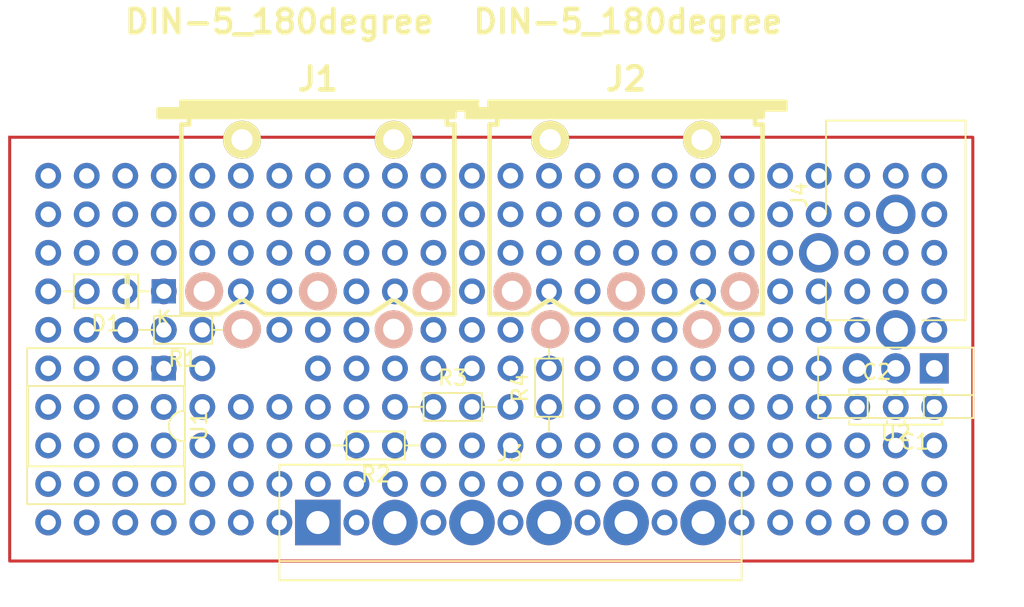
<source format=kicad_pcb>
(kicad_pcb (version 20240108) (generator "pcbnew") (generator_version "8.0")
  (layers (0 "F.Cu" signal) (31 "B.Cu" signal) (34 "B.Paste" user) (35 "F.Paste" user) (36 "B.SilkS" user "B.Silkscreen") (37 "F.SilkS" user "F.Silkscreen") (38 "B.Mask" user) (39 "F.Mask" user) (44 "Edge.Cuts" user))
  (net 0 "")
  (net 1 "Net-(J3-Pin_6)")
  (net 2 "GND")
  (net 3 "Net-(J3-Pin_5)")
  (net 4 "Net-(D1-K)")
  (net 5 "Net-(D1-A)")
  (net 6 "+3.3V")
  (net 7 "Net-(J3-Pin_2)")
  (net 8 "Net-(J3-Pin_1)")
  (net 9 "Net-(J1-Pad4)")
  (net 10 "Net-(J2-Pad5)")
  (net 11 "Net-(J2-Pad4)")
  (footprint "Connector:Hole_1mm" (layer "F.Cu") (at 76.2 45.72)
    (property "Reference" "REF**212" (hide yes))
    (property "Value" "Hole_1mm" (hide yes))
    (pad "1" thru_hole circle (at 0 0) (size 1.7 1.7) (drill 1) (layers "*.Cu" "*.Mask"))
  )
  (footprint "Connector:Hole_1mm" (layer "F.Cu") (at 76.2 38.1)
    (property "Reference" "REF**140" (hide yes))
    (property "Value" "Hole_1mm" (hide yes))
    (pad "1" thru_hole circle (at 0 0) (size 1.7 1.7) (drill 1) (layers "*.Cu" "*.Mask"))
  )
  (footprint "Connector:Hole_1mm" (layer "F.Cu") (at 73.66 27.94)
    (property "Reference" "REF**43" (hide yes))
    (property "Value" "Hole_1mm" (hide yes))
    (pad "1" thru_hole circle (at 0 0) (size 1.7 1.7) (drill 1) (layers "*.Cu" "*.Mask"))
  )
  (footprint "Connector:Hole_1mm" (layer "F.Cu") (at 40.64 25.4)
    (property "Reference" "REF**6" (hide yes))
    (property "Value" "Hole_1mm" (hide yes))
    (pad "1" thru_hole circle (at 0 0) (size 1.7 1.7) (drill 1) (layers "*.Cu" "*.Mask"))
  )
  (footprint "Connector:Hole_1mm" (layer "F.Cu") (at 40.64 30.48)
    (property "Reference" "REF**54" (hide yes))
    (property "Value" "Hole_1mm" (hide yes))
    (pad "1" thru_hole circle (at 0 0) (size 1.7 1.7) (drill 1) (layers "*.Cu" "*.Mask"))
  )
  (footprint "Connector:Hole_1mm" (layer "F.Cu") (at 43.18 43.18)
    (property "Reference" "REF**175" (hide yes))
    (property "Value" "Hole_1mm" (hide yes))
    (pad "1" thru_hole circle (at 0 0) (size 1.7 1.7) (drill 1) (layers "*.Cu" "*.Mask"))
  )
  (footprint "Connector:Hole_1mm" (layer "F.Cu") (at 73.66 25.4)
    (property "Reference" "REF**19" (hide yes))
    (property "Value" "Hole_1mm" (hide yes))
    (pad "1" thru_hole circle (at 0 0) (size 1.7 1.7) (drill 1) (layers "*.Cu" "*.Mask"))
  )
  (footprint "Connector:Hole_1mm" (layer "F.Cu") (at 58.42 25.4)
    (property "Reference" "REF**13" (hide yes))
    (property "Value" "Hole_1mm" (hide yes))
    (pad "1" thru_hole circle (at 0 0) (size 1.7 1.7) (drill 1) (layers "*.Cu" "*.Mask"))
  )
  (footprint "Connector:Hole_1mm" (layer "F.Cu") (at 66.04 38.1)
    (property "Reference" "REF**136" (hide yes))
    (property "Value" "Hole_1mm" (hide yes))
    (pad "1" thru_hole circle (at 0 0) (size 1.7 1.7) (drill 1) (layers "*.Cu" "*.Mask"))
  )
  (footprint "Connector:Hole_1mm" (layer "F.Cu") (at 55.88 48.26)
    (property "Reference" "REF**228" (hide yes))
    (property "Value" "Hole_1mm" (hide yes))
    (pad "1" thru_hole circle (at 0 0) (size 1.7 1.7) (drill 1) (layers "*.Cu" "*.Mask"))
  )
  (footprint "Connector:Hole_1mm" (layer "F.Cu") (at 50.8 40.64)
    (property "Reference" "REF**154" (hide yes))
    (property "Value" "Hole_1mm" (hide yes))
    (pad "1" thru_hole circle (at 0 0) (size 1.7 1.7) (drill 1) (layers "*.Cu" "*.Mask"))
  )
  (footprint "Connector:Hole_1mm" (layer "F.Cu") (at 35.56 40.64)
    (property "Reference" "REF**148" (hide yes))
    (property "Value" "Hole_1mm" (hide yes))
    (pad "1" thru_hole circle (at 0 0) (size 1.7 1.7) (drill 1) (layers "*.Cu" "*.Mask"))
  )
  (footprint "Connector:Hole_1mm" (layer "F.Cu") (at 71.12 35.56)
    (property "Reference" "REF**114" (hide yes))
    (property "Value" "Hole_1mm" (hide yes))
    (pad "1" thru_hole circle (at 0 0) (size 1.7 1.7) (drill 1) (layers "*.Cu" "*.Mask"))
  )
  (footprint "Connector:Hole_1mm" (layer "F.Cu") (at 43.18 48.26)
    (property "Reference" "REF**223" (hide yes))
    (property "Value" "Hole_1mm" (hide yes))
    (pad "1" thru_hole circle (at 0 0) (size 1.7 1.7) (drill 1) (layers "*.Cu" "*.Mask"))
  )
  (footprint "Connector:Hole_1mm" (layer "F.Cu") (at 55.88 43.18)
    (property "Reference" "REF**180" (hide yes))
    (property "Value" "Hole_1mm" (hide yes))
    (pad "1" thru_hole circle (at 0 0) (size 1.7 1.7) (drill 1) (layers "*.Cu" "*.Mask"))
  )
  (footprint "Connector:Hole_1mm" (layer "F.Cu") (at 78.74 30.48)
    (property "Reference" "REF**69" (hide yes))
    (property "Value" "Hole_1mm" (hide yes))
    (pad "1" thru_hole circle (at 0 0) (size 1.7 1.7) (drill 1) (layers "*.Cu" "*.Mask"))
  )
  (footprint "Connector:Hole_1mm" (layer "F.Cu") (at 53.34 27.94)
    (property "Reference" "REF**35" (hide yes))
    (property "Value" "Hole_1mm" (hide yes))
    (pad "1" thru_hole circle (at 0 0) (size 1.7 1.7) (drill 1) (layers "*.Cu" "*.Mask"))
  )
  (footprint "Connector:Hole_1mm" (layer "F.Cu") (at 45.72 25.4)
    (property "Reference" "REF**8" (hide yes))
    (property "Value" "Hole_1mm" (hide yes))
    (pad "1" thru_hole circle (at 0 0) (size 1.7 1.7) (drill 1) (layers "*.Cu" "*.Mask"))
  )
  (footprint "Connector:Hole_1mm" (layer "F.Cu") (at 60.96 25.4)
    (property "Reference" "REF**14" (hide yes))
    (property "Value" "Hole_1mm" (hide yes))
    (pad "1" thru_hole circle (at 0 0) (size 1.7 1.7) (drill 1) (layers "*.Cu" "*.Mask"))
  )
  (footprint "Connector:Hole_1mm" (layer "F.Cu") (at 35.56 38.1)
    (property "Reference" "REF**124" (hide yes))
    (property "Value" "Hole_1mm" (hide yes))
    (pad "1" thru_hole circle (at 0 0) (size 1.7 1.7) (drill 1) (layers "*.Cu" "*.Mask"))
  )
  (footprint "Connector:Hole_1mm" (layer "F.Cu") (at 55.88 38.1)
    (property "Reference" "REF**132" (hide yes))
    (property "Value" "Hole_1mm" (hide yes))
    (pad "1" thru_hole circle (at 0 0) (size 1.7 1.7) (drill 1) (layers "*.Cu" "*.Mask"))
  )
  (footprint "Connector:Hole_1mm" (layer "F.Cu") (at 58.42 43.18)
    (property "Reference" "REF**181" (hide yes))
    (property "Value" "Hole_1mm" (hide yes))
    (pad "1" thru_hole circle (at 0 0) (size 1.7 1.7) (drill 1) (layers "*.Cu" "*.Mask"))
  )
  (footprint "Eurocad:MIDI_DIN5" (layer "F.Cu") (at 43.18 30.02026 180)
    (property "Reference" "J1" (at 0 11.00074 180) (layer "F.SilkS") (effects (font (size 1.524 1.524) (thickness 0.3048))))
    (property "Value" "DIN-5_180degree" (at 2.54 14.78026 180) (layer "F.SilkS") (effects (font (size 1.524 1.524) (thickness 0.3048))))
    (pad "" np_thru_hole circle (at -5.00126 6.9977 180) (size 2.49936 2.49936) (drill 1.397) (layers "*.Cu" "*.Mask" "F.SilkS"))
    (pad "" np_thru_hole circle (at 5.00126 6.9977 180) (size 2.49936 2.49936) (drill 1.397) (layers "*.Cu" "*.Mask" "F.SilkS"))
    (pad "1" thru_hole circle (at 7.49808 -2.9972 180) (size 2.49936 2.49936) (drill 1.397) (layers "*.Cu" "*.SilkS" "*.Mask"))
    (pad "2" thru_hole circle (at 0 -2.99974 180) (size 2.49936 2.49936) (drill 1.397) (layers "*.Cu" "*.SilkS" "*.Mask"))
    (pad "3" thru_hole circle (at -7.49808 -2.9972 180) (size 2.49936 2.49936) (drill 1.397) (layers "*.Cu" "*.SilkS" "*.Mask"))
    (pad "4" thru_hole circle (at 4.99618 -5.4991 180) (size 2.49936 2.49936) (drill 1.397) (layers "*.Cu" "*.SilkS" "*.Mask") (net 9 "Net-(J1-Pad4)"))
    (pad "5" thru_hole circle (at -4.99618 -5.4991 180) (size 2.49936 2.49936) (drill 1.397) (layers "*.Cu" "*.SilkS" "*.Mask") (net 5 "Net-(D1-A)"))
  )
  (footprint "Connector:Hole_1mm" (layer "F.Cu") (at 33.02 45.72)
    (property "Reference" "REF**195" (hide yes))
    (property "Value" "Hole_1mm" (hide yes))
    (pad "1" thru_hole circle (at 0 0) (size 1.7 1.7) (drill 1) (layers "*.Cu" "*.Mask"))
  )
  (footprint "Connector:Hole_1mm" (layer "F.Cu") (at 76.2 30.48)
    (property "Reference" "REF**68" (hide yes))
    (property "Value" "Hole_1mm" (hide yes))
    (pad "1" thru_hole circle (at 0 0) (size 1.7 1.7) (drill 1) (layers "*.Cu" "*.Mask"))
  )
  (footprint "Connector:Hole_1mm" (layer "F.Cu") (at 33.02 48.26)
    (property "Reference" "REF**219" (hide yes))
    (property "Value" "Hole_1mm" (hide yes))
    (pad "1" thru_hole circle (at 0 0) (size 1.7 1.7) (drill 1) (layers "*.Cu" "*.Mask"))
  )
  (footprint "Connector:Hole_1mm" (layer "F.Cu") (at 43.18 45.72)
    (property "Reference" "REF**199" (hide yes))
    (property "Value" "Hole_1mm" (hide yes))
    (pad "1" thru_hole circle (at 0 0) (size 1.7 1.7) (drill 1) (layers "*.Cu" "*.Mask"))
  )
  (footprint "Connector:Hole_1mm" (layer "F.Cu") (at 83.82 35.56)
    (property "Reference" "REF**119" (hide yes))
    (property "Value" "Hole_1mm" (hide yes))
    (pad "1" thru_hole circle (at 0 0) (size 1.7 1.7) (drill 1) (layers "*.Cu" "*.Mask"))
  )
  (footprint "Connector:Hole_1mm" (layer "F.Cu") (at 40.64 40.64)
    (property "Reference" "REF**150" (hide yes))
    (property "Value" "Hole_1mm" (hide yes))
    (pad "1" thru_hole circle (at 0 0) (size 1.7 1.7) (drill 1) (layers "*.Cu" "*.Mask"))
  )
  (footprint "Connector:Hole_1mm" (layer "F.Cu") (at 78.74 35.56)
    (property "Reference" "REF**117" (hide yes))
    (property "Value" "Hole_1mm" (hide yes))
    (pad "1" thru_hole circle (at 0 0) (size 1.7 1.7) (drill 1) (layers "*.Cu" "*.Mask"))
  )
  (footprint "Connector:Hole_1mm" (layer "F.Cu") (at 81.28 25.4)
    (property "Reference" "REF**22" (hide yes))
    (property "Value" "Hole_1mm" (hide yes))
    (pad "1" thru_hole circle (at 0 0) (size 1.7 1.7) (drill 1) (layers "*.Cu" "*.Mask"))
  )
  (footprint "Connector:Hole_1mm" (layer "F.Cu") (at 66.04 33.02)
    (property "Reference" "REF**88" (hide yes))
    (property "Value" "Hole_1mm" (hide yes))
    (pad "1" thru_hole circle (at 0 0) (size 1.7 1.7) (drill 1) (layers "*.Cu" "*.Mask"))
  )
  (footprint "Connector:Hole_1mm" (layer "F.Cu") (at 55.88 30.48)
    (property "Reference" "REF**60" (hide yes))
    (property "Value" "Hole_1mm" (hide yes))
    (pad "1" thru_hole circle (at 0 0) (size 1.7 1.7) (drill 1) (layers "*.Cu" "*.Mask"))
  )
  (footprint "Connector:Hole_1mm" (layer "F.Cu") (at 63.5 25.4)
    (property "Reference" "REF**15" (hide yes))
    (property "Value" "Hole_1mm" (hide yes))
    (pad "1" thru_hole circle (at 0 0) (size 1.7 1.7) (drill 1) (layers "*.Cu" "*.Mask"))
  )
  (footprint "Connector:Hole_1mm" (layer "F.Cu") (at 33.02 40.64)
    (property "Reference" "REF**147" (hide yes))
    (property "Value" "Hole_1mm" (hide yes))
    (pad "1" thru_hole circle (at 0 0) (size 1.7 1.7) (drill 1) (layers "*.Cu" "*.Mask"))
  )
  (footprint "Connector:Hole_1mm" (layer "F.Cu") (at 27.94 33.02)
    (property "Reference" "REF**73" (hide yes))
    (property "Value" "Hole_1mm" (hide yes))
    (pad "1" thru_hole circle (at 0 0) (size 1.7 1.7) (drill 1) (layers "*.Cu" "*.Mask"))
  )
  (footprint "Connector:Hole_1mm" (layer "F.Cu") (at 66.04 40.64)
    (property "Reference" "REF**160" (hide yes))
    (property "Value" "Hole_1mm" (hide yes))
    (pad "1" thru_hole circle (at 0 0) (size 1.7 1.7) (drill 1) (layers "*.Cu" "*.Mask"))
  )
  (footprint "Connector:Hole_1mm" (layer "F.Cu") (at 63.5 45.72)
    (property "Reference" "REF**207" (hide yes))
    (property "Value" "Hole_1mm" (hide yes))
    (pad "1" thru_hole circle (at 0 0) (size 1.7 1.7) (drill 1) (layers "*.Cu" "*.Mask"))
  )
  (footprint "Connector:Hole_1mm" (layer "F.Cu") (at 38.1 40.64)
    (property "Reference" "REF**149" (hide yes))
    (property "Value" "Hole_1mm" (hide yes))
    (pad "1" thru_hole circle (at 0 0) (size 1.7 1.7) (drill 1) (layers "*.Cu" "*.Mask"))
  )
  (footprint "Connector:Hole_1mm" (layer "F.Cu") (at 55.88 33.02)
    (property "Reference" "REF**84" (hide yes))
    (property "Value" "Hole_1mm" (hide yes))
    (pad "1" thru_hole circle (at 0 0) (size 1.7 1.7) (drill 1) (layers "*.Cu" "*.Mask"))
  )
  (footprint "Connector:Hole_1mm" (layer "F.Cu") (at 33.02 35.56)
    (property "Reference" "REF**126" (hide yes))
    (property "Value" "Hole_1mm" (hide yes))
    (pad "1" thru_hole circle (at 0 0) (size 1.7 1.7) (drill 1) (layers "*.Cu" "*.Mask"))
  )
  (footprint "Connector:Hole_1mm" (layer "F.Cu") (at 60.96 38.1)
    (property "Reference" "REF**134" (hide yes))
    (property "Value" "Hole_1mm" (hide yes))
    (pad "1" thru_hole circle (at 0 0) (size 1.7 1.7) (drill 1) (layers "*.Cu" "*.Mask"))
  )
  (footprint "Connector:Hole_1mm" (layer "F.Cu") (at 71.12 45.72)
    (property "Reference" "REF**210" (hide yes))
    (property "Value" "Hole_1mm" (hide yes))
    (pad "1" thru_hole circle (at 0 0) (size 1.7 1.7) (drill 1) (layers "*.Cu" "*.Mask"))
  )
  (footprint "Connector:Hole_1mm" (layer "F.Cu") (at 66.04 30.48)
    (property "Reference" "REF**64" (hide yes))
    (property "Value" "Hole_1mm" (hide yes))
    (pad "1" thru_hole circle (at 0 0) (size 1.7 1.7) (drill 1) (layers "*.Cu" "*.Mask"))
  )
  (footprint "Connector:Hole_1mm" (layer "F.Cu") (at 66.04 35.56)
    (property "Reference" "REF**112" (hide yes))
    (property "Value" "Hole_1mm" (hide yes))
    (pad "1" thru_hole circle (at 0 0) (size 1.7 1.7) (drill 1) (layers "*.Cu" "*.Mask"))
  )
  (footprint "Connector:Hole_1mm" (layer "F.Cu") (at 81.28 43.18)
    (property "Reference" "REF**190" (hide yes))
    (property "Value" "Hole_1mm" (hide yes))
    (pad "1" thru_hole circle (at 0 0) (size 1.7 1.7) (drill 1) (layers "*.Cu" "*.Mask"))
  )
  (footprint "Connector:Hole_1mm" (layer "F.Cu") (at 68.58 35.56)
    (property "Reference" "REF**113" (hide yes))
    (property "Value" "Hole_1mm" (hide yes))
    (pad "1" thru_hole circle (at 0 0) (size 1.7 1.7) (drill 1) (layers "*.Cu" "*.Mask"))
  )
  (footprint "Connector:Hole_1mm" (layer "F.Cu") (at 78.74 38.1)
    (property "Reference" "REF**141" (hide yes))
    (property "Value" "Hole_1mm" (hide yes))
    (pad "1" thru_hole circle (at 0 0) (size 1.7 1.7) (drill 1) (layers "*.Cu" "*.Mask"))
  )
  (footprint "Connector:Hole_1mm" (layer "F.Cu") (at 83.82 48.26)
    (property "Reference" "REF**239" (hide yes))
    (property "Value" "Hole_1mm" (hide yes))
    (pad "1" thru_hole circle (at 0 0) (size 1.7 1.7) (drill 1) (layers "*.Cu" "*.Mask"))
  )
  (footprint "Connector:Hole_1mm" (layer "F.Cu") (at 83.82 45.72)
    (property "Reference" "REF**215" (hide yes))
    (property "Value" "Hole_1mm" (hide yes))
    (pad "1" thru_hole circle (at 0 0) (size 1.7 1.7) (drill 1) (layers "*.Cu" "*.Mask"))
  )
  (footprint "Connector:Hole_1mm" (layer "F.Cu") (at 68.58 33.02)
    (property "Reference" "REF**89" (hide yes))
    (property "Value" "Hole_1mm" (hide yes))
    (pad "1" thru_hole circle (at 0 0) (size 1.7 1.7) (drill 1) (layers "*.Cu" "*.Mask"))
  )
  (footprint "Connector:Hole_1mm" (layer "F.Cu") (at 27.94 25.4)
    (property "Reference" "REF**1" (hide yes))
    (property "Value" "Hole_1mm" (hide yes))
    (pad "1" thru_hole circle (at 0 0) (size 1.7 1.7) (drill 1) (layers "*.Cu" "*.Mask"))
  )
  (footprint "Connector:Hole_1mm" (layer "F.Cu") (at 63.5 43.18)
    (property "Reference" "REF**183" (hide yes))
    (property "Value" "Hole_1mm" (hide yes))
    (pad "1" thru_hole circle (at 0 0) (size 1.7 1.7) (drill 1) (layers "*.Cu" "*.Mask"))
  )
  (footprint "Connector:Hole_1mm" (layer "F.Cu") (at 73.66 35.56)
    (property "Reference" "REF**115" (hide yes))
    (property "Value" "Hole_1mm" (hide yes))
    (pad "1" thru_hole circle (at 0 0) (size 1.7 1.7) (drill 1) (layers "*.Cu" "*.Mask"))
  )
  (footprint "Connector:Hole_1mm" (layer "F.Cu") (at 48.26 38.1)
    (property "Reference" "REF**129" (hide yes))
    (property "Value" "Hole_1mm" (hide yes))
    (pad "1" thru_hole circle (at 0 0) (size 1.7 1.7) (drill 1) (layers "*.Cu" "*.Mask"))
  )
  (footprint "Connector:Hole_1mm" (layer "F.Cu") (at 71.12 38.1)
    (property "Reference" "REF**138" (hide yes))
    (property "Value" "Hole_1mm" (hide yes))
    (pad "1" thru_hole circle (at 0 0) (size 1.7 1.7) (drill 1) (layers "*.Cu" "*.Mask"))
  )
  (footprint "Connector:Hole_1mm" (layer "F.Cu") (at 63.5 30.48)
    (property "Reference" "REF**63" (hide yes))
    (property "Value" "Hole_1mm" (hide yes))
    (pad "1" thru_hole circle (at 0 0) (size 1.7 1.7) (drill 1) (layers "*.Cu" "*.Mask"))
  )
  (footprint "Connector:Hole_1mm" (layer "F.Cu") (at 43.18 40.64)
    (property "Reference" "REF**151" (hide yes))
    (property "Value" "Hole_1mm" (hide yes))
    (pad "1" thru_hole circle (at 0 0) (size 1.7 1.7) (drill 1) (layers "*.Cu" "*.Mask"))
  )
  (footprint "Connector:Hole_1mm" (layer "F.Cu") (at 38.1 33.02)
    (property "Reference" "REF**77" (hide yes))
    (property "Value" "Hole_1mm" (hide yes))
    (pad "1" thru_hole circle (at 0 0) (size 1.7 1.7) (drill 1) (layers "*.Cu" "*.Mask"))
  )
  (footprint "Connector:Hole_1mm" (layer "F.Cu") (at 40.64 35.56)
    (property "Reference" "REF**102" (hide yes))
    (property "Value" "Hole_1mm" (hide yes))
    (pad "1" thru_hole circle (at 0 0) (size 1.7 1.7) (drill 1) (layers "*.Cu" "*.Mask"))
  )
  (footprint "Connector:Hole_1mm" (layer "F.Cu") (at 60.96 27.94)
    (property "Reference" "REF**38" (hide yes))
    (property "Value" "Hole_1mm" (hide yes))
    (pad "1" thru_hole circle (at 0 0) (size 1.7 1.7) (drill 1) (layers "*.Cu" "*.Mask"))
  )
  (footprint "Connector:Hole_1mm" (layer "F.Cu") (at 58.42 48.26)
    (property "Reference" "REF**229" (hide yes))
    (property "Value" "Hole_1mm" (hide yes))
    (pad "1" thru_hole circle (at 0 0) (size 1.7 1.7) (drill 1) (layers "*.Cu" "*.Mask"))
  )
  (footprint "Connector:Hole_1mm" (layer "F.Cu") (at 25.4 38.1)
    (property "Reference" "REF**120" (hide yes))
    (property "Value" "Hole_1mm" (hide yes))
    (pad "1" thru_hole circle (at 0 0) (size 1.7 1.7) (drill 1) (layers "*.Cu" "*.Mask"))
  )
  (footprint "Connector:Hole_1mm" (layer "F.Cu") (at 48.26 25.4)
    (property "Reference" "REF**9" (hide yes))
    (property "Value" "Hole_1mm" (hide yes))
    (pad "1" thru_hole circle (at 0 0) (size 1.7 1.7) (drill 1) (layers "*.Cu" "*.Mask"))
  )
  (footprint "Connector:Hole_1mm" (layer "F.Cu") (at 66.04 43.18)
    (property "Reference" "REF**184" (hide yes))
    (property "Value" "Hole_1mm" (hide yes))
    (pad "1" thru_hole circle (at 0 0) (size 1.7 1.7) (drill 1) (layers "*.Cu" "*.Mask"))
  )
  (footprint "Connector:Hole_1mm" (layer "F.Cu") (at 78.74 25.4)
    (property "Reference" "REF**21" (hide yes))
    (property "Value" "Hole_1mm" (hide yes))
    (pad "1" thru_hole circle (at 0 0) (size 1.7 1.7) (drill 1) (layers "*.Cu" "*.Mask"))
  )
  (footprint "Connector:Hole_1mm" (layer "F.Cu") (at 40.64 27.94)
    (property "Reference" "REF**30" (hide yes))
    (property "Value" "Hole_1mm" (hide yes))
    (pad "1" thru_hole circle (at 0 0) (size 1.7 1.7) (drill 1) (layers "*.Cu" "*.Mask"))
  )
  (footprint "Connector:Hole_1mm" (layer "F.Cu") (at 58.42 38.1)
    (property "Reference" "REF**133" (hide yes))
    (property "Value" "Hole_1mm" (hide yes))
    (pad "1" thru_hole circle (at 0 0) (size 1.7 1.7) (drill 1) (layers "*.Cu" "*.Mask"))
  )
  (footprint "Connector:Hole_1mm" (layer "F.Cu") (at 27.94 40.64)
    (property "Reference" "REF**145" (hide yes))
    (property "Value" "Hole_1mm" (hide yes))
    (pad "1" thru_hole circle (at 0 0) (size 1.7 1.7) (drill 1) (layers "*.Cu" "*.Mask"))
  )
  (footprint "Connector:Hole_1mm" (layer "F.Cu") (at 53.34 38.1)
    (property "Reference" "REF**131" (hide yes))
    (property "Value" "Hole_1mm" (hide yes))
    (pad "1" thru_hole circle (at 0 0) (size 1.7 1.7) (drill 1) (layers "*.Cu" "*.Mask"))
  )
  (footprint "Connector:Hole_1mm" (layer "F.Cu") (at 81.28 48.26)
    (property "Reference" "REF**238" (hide yes))
    (property "Value" "Hole_1mm" (hide yes))
    (pad "1" thru_hole circle (at 0 0) (size 1.7 1.7) (drill 1) (layers "*.Cu" "*.Mask"))
  )
  (footprint "Connector:Hole_1mm" (layer "F.Cu") (at 58.42 27.94)
    (property "Reference" "REF**37" (hide yes))
    (property "Value" "Hole_1mm" (hide yes))
    (pad "1" thru_hole circle (at 0 0) (size 1.7 1.7) (drill 1) (layers "*.Cu" "*.Mask"))
  )
  (footprint "Connector:Hole_1mm" (layer "F.Cu") (at 45.72 43.18)
    (property "Reference" "REF**176" (hide yes))
    (property "Value" "Hole_1mm" (hide yes))
    (pad "1" thru_hole circle (at 0 0) (size 1.7 1.7) (drill 1) (layers "*.Cu" "*.Mask"))
  )
  (footprint "Connector:Hole_1mm" (layer "F.Cu") (at 71.12 40.64)
    (property "Reference" "REF**162" (hide yes))
    (property "Value" "Hole_1mm" (hide yes))
    (pad "1" thru_hole circle (at 0 0) (size 1.7 1.7) (drill 1) (layers "*.Cu" "*.Mask"))
  )
  (footprint "Connector:Hole_1mm" (layer "F.Cu") (at 66.04 25.4)
    (property "Reference" "REF**16" (hide yes))
    (property "Value" "Hole_1mm" (hide yes))
    (pad "1" thru_hole circle (at 0 0) (size 1.7 1.7) (drill 1) (layers "*.Cu" "*.Mask"))
  )
  (footprint "Connector:Hole_1mm" (layer "F.Cu") (at 55.88 35.56)
    (property "Reference" "REF**108" (hide yes))
    (property "Value" "Hole_1mm" (hide yes))
    (pad "1" thru_hole circle (at 0 0) (size 1.7 1.7) (drill 1) (layers "*.Cu" "*.Mask"))
  )
  (footprint "Connector:Hole_1mm" (layer "F.Cu") (at 43.18 35.56)
    (property "Reference" "REF**103" (hide yes))
    (property "Value" "Hole_1mm" (hide yes))
    (pad "1" thru_hole circle (at 0 0) (size 1.7 1.7) (drill 1) (layers "*.Cu" "*.Mask"))
  )
  (footprint "Connector:Hole_1mm" (layer "F.Cu") (at 45.72 33.02)
    (property "Reference" "REF**80" (hide yes))
    (property "Value" "Hole_1mm" (hide yes))
    (pad "1" thru_hole circle (at 0 0) (size 1.7 1.7) (drill 1) (layers "*.Cu" "*.Mask"))
  )
  (footprint "Connector:Hole_1mm" (layer "F.Cu") (at 25.4 33.02)
    (property "Reference" "REF**72" (hide yes))
    (property "Value" "Hole_1mm" (hide yes))
    (pad "1" thru_hole circle (at 0 0) (size 1.7 1.7) (drill 1) (layers "*.Cu" "*.Mask"))
  )
  (footprint "Connector:Hole_1mm" (layer "F.Cu") (at 45.72 27.94)
    (property "Reference" "REF**32" (hide yes))
    (property "Value" "Hole_1mm" (hide yes))
    (pad "1" thru_hole circle (at 0 0) (size 1.7 1.7) (drill 1) (layers "*.Cu" "*.Mask"))
  )
  (footprint "Connector:Hole_1mm" (layer "F.Cu") (at 63.5 48.26)
    (property "Reference" "REF**231" (hide yes))
    (property "Value" "Hole_1mm" (hide yes))
    (pad "1" thru_hole circle (at 0 0) (size 1.7 1.7) (drill 1) (layers "*.Cu" "*.Mask"))
  )
  (footprint "Connector:Hole_1mm" (layer "F.Cu") (at 48.26 30.48)
    (property "Reference" "REF**57" (hide yes))
    (property "Value" "Hole_1mm" (hide yes))
    (pad "1" thru_hole circle (at 0 0) (size 1.7 1.7) (drill 1) (layers "*.Cu" "*.Mask"))
  )
  (footprint "Connector:Hole_1mm" (layer "F.Cu") (at 50.8 33.02)
    (property "Reference" "REF**82" (hide yes))
    (property "Value" "Hole_1mm" (hide yes))
    (pad "1" thru_hole circle (at 0 0) (size 1.7 1.7) (drill 1) (layers "*.Cu" "*.Mask"))
  )
  (footprint "Capacitor_THT:C_Disc_D3.4mm_W2.1mm_P2.50mm" (layer "F.Cu") (at 83.78 40.64 180)
    (property "Reference" "C1" (at 1.25 -2.3 180) (layer "F.SilkS"))
    (property "Value" "100nF")
    (pad "1" thru_hole circle (at 0 0 180) (size 1.6 1.6) (drill 0.8) (layers "*.Cu" "*.Mask") (net 1 "Net-(J3-Pin_6)"))
    (pad "2" thru_hole circle (at 2.5 0 180) (size 1.6 1.6) (drill 0.8) (layers "*.Cu" "*.Mask") (net 2 "GND"))
  )
  (footprint "Connector:Hole_1mm" (layer "F.Cu") (at 33.02 38.1)
    (property "Reference" "REF**123" (hide yes))
    (property "Value" "Hole_1mm" (hide yes))
    (pad "1" thru_hole circle (at 0 0) (size 1.7 1.7) (drill 1) (layers "*.Cu" "*.Mask"))
  )
  (footprint "Connector:Hole_1mm" (layer "F.Cu") (at 38.1 48.26)
    (property "Reference" "REF**221" (hide yes))
    (property "Value" "Hole_1mm" (hide yes))
    (pad "1" thru_hole circle (at 0 0) (size 1.7 1.7) (drill 1) (layers "*.Cu" "*.Mask"))
  )
  (footprint "Connector:Hole_1mm" (layer "F.Cu") (at 73.66 43.18)
    (property "Reference" "REF**187" (hide yes))
    (property "Value" "Hole_1mm" (hide yes))
    (pad "1" thru_hole circle (at 0 0) (size 1.7 1.7) (drill 1) (layers "*.Cu" "*.Mask"))
  )
  (footprint "Connector:Hole_1mm" (layer "F.Cu") (at 33.02 30.48)
    (property "Reference" "REF**51" (hide yes))
    (property "Value" "Hole_1mm" (hide yes))
    (pad "1" thru_hole circle (at 0 0) (size 1.7 1.7) (drill 1) (layers "*.Cu" "*.Mask"))
  )
  (footprint "Connector:Hole_1mm" (layer "F.Cu") (at 81.28 38.1)
    (property "Reference" "REF**142" (hide yes))
    (property "Value" "Hole_1mm" (hide yes))
    (pad "1" thru_hole circle (at 0 0) (size 1.7 1.7) (drill 1) (layers "*.Cu" "*.Mask"))
  )
  (footprint "Connector:Hole_1mm" (layer "F.Cu") (at 40.64 33.02)
    (property "Reference" "REF**78" (hide yes))
    (property "Value" "Hole_1mm" (hide yes))
    (pad "1" thru_hole circle (at 0 0) (size 1.7 1.7) (drill 1) (layers "*.Cu" "*.Mask"))
  )
  (footprint "Connector:Hole_1mm" (layer "F.Cu") (at 60.96 35.56)
    (property "Reference" "REF**110" (hide yes))
    (property "Value" "Hole_1mm" (hide yes))
    (pad "1" thru_hole circle (at 0 0) (size 1.7 1.7) (drill 1) (layers "*.Cu" "*.Mask"))
  )
  (footprint "Connector:Hole_1mm" (layer "F.Cu") (at 53.34 48.26)
    (property "Reference" "REF**227" (hide yes))
    (property "Value" "Hole_1mm" (hide yes))
    (pad "1" thru_hole circle (at 0 0) (size 1.7 1.7) (drill 1) (layers "*.Cu" "*.Mask"))
  )
  (footprint "Connector:Hole_1mm" (layer "F.Cu") (at 25.4 30.48)
    (property "Reference" "REF**48" (hide yes))
    (property "Value" "Hole_1mm" (hide yes))
    (pad "1" thru_hole circle (at 0 0) (size 1.7 1.7) (drill 1) (layers "*.Cu" "*.Mask"))
  )
  (footprint "Connector:Hole_1mm" (layer "F.Cu") (at 83.82 43.18)
    (property "Reference" "REF**191" (hide yes))
    (property "Value" "Hole_1mm" (hide yes))
    (pad "1" thru_hole circle (at 0 0) (size 1.7 1.7) (drill 1) (layers "*.Cu" "*.Mask"))
  )
  (footprint "Connector:Hole_1mm" (layer "F.Cu") (at 45.72 40.64)
    (property "Reference" "REF**152" (hide yes))
    (property "Value" "Hole_1mm" (hide yes))
    (pad "1" thru_hole circle (at 0 0) (size 1.7 1.7) (drill 1) (layers "*.Cu" "*.Mask"))
  )
  (footprint "Connector:Hole_1mm" (layer "F.Cu") (at 53.34 35.56)
    (property "Reference" "REF**107" (hide yes))
    (property "Value" "Hole_1mm" (hide yes))
    (pad "1" thru_hole circle (at 0 0) (size 1.7 1.7) (drill 1) (layers "*.Cu" "*.Mask"))
  )
  (footprint "Connector:Hole_1mm" (layer "F.Cu") (at 66.04 27.94)
    (property "Reference" "REF**40" (hide yes))
    (property "Value" "Hole_1mm" (hide yes))
    (pad "1" thru_hole circle (at 0 0) (size 1.7 1.7) (drill 1) (layers "*.Cu" "*.Mask"))
  )
  (footprint "Connector:Hole_1mm" (layer "F.Cu") (at 76.2 35.56)
    (property "Reference" "REF**116" (hide yes))
    (property "Value" "Hole_1mm" (hide yes))
    (pad "1" thru_hole circle (at 0 0) (size 1.7 1.7) (drill 1) (layers "*.Cu" "*.Mask"))
  )
  (footprint "Connector:Hole_1mm" (layer "F.Cu") (at 73.66 30.48)
    (property "Reference" "REF**67" (hide yes))
    (property "Value" "Hole_1mm" (hide yes))
    (pad "1" thru_hole circle (at 0 0) (size 1.7 1.7) (drill 1) (layers "*.Cu" "*.Mask"))
  )
  (footprint "Connector:Hole_1mm" (layer "F.Cu") (at 33.02 27.94)
    (property "Reference" "REF**27" (hide yes))
    (property "Value" "Hole_1mm" (hide yes))
    (pad "1" thru_hole circle (at 0 0) (size 1.7 1.7) (drill 1) (layers "*.Cu" "*.Mask"))
  )
  (footprint "Connector:Hole_1mm" (layer "F.Cu") (at 33.02 43.18)
    (property "Reference" "REF**171" (hide yes))
    (property "Value" "Hole_1mm" (hide yes))
    (pad "1" thru_hole circle (at 0 0) (size 1.7 1.7) (drill 1) (layers "*.Cu" "*.Mask"))
  )
  (footprint "Connector:Hole_1mm" (layer "F.Cu") (at 45.72 45.72)
    (property "Reference" "REF**200" (hide yes))
    (property "Value" "Hole_1mm" (hide yes))
    (pad "1" thru_hole circle (at 0 0) (size 1.7 1.7) (drill 1) (layers "*.Cu" "*.Mask"))
  )
  (footprint "Connector:Hole_1mm" (layer "F.Cu") (at 71.12 30.48)
    (property "Reference" "REF**66" (hide yes))
    (property "Value" "Hole_1mm" (hide yes))
    (pad "1" thru_hole circle (at 0 0) (size 1.7 1.7) (drill 1) (layers "*.Cu" "*.Mask"))
  )
  (footprint "Connector:Hole_1mm" (layer "F.Cu") (at 30.48 25.4)
    (property "Reference" "REF**2" (hide yes))
    (property "Value" "Hole_1mm" (hide yes))
    (pad "1" thru_hole circle (at 0 0) (size 1.7 1.7) (drill 1) (layers "*.Cu" "*.Mask"))
  )
  (footprint "Connector:Hole_1mm" (layer "F.Cu") (at 81.28 40.64)
    (property "Reference" "REF**166" (hide yes))
    (property "Value" "Hole_1mm" (hide yes))
    (pad "1" thru_hole circle (at 0 0) (size 1.7 1.7) (drill 1) (layers "*.Cu" "*.Mask"))
  )
  (footprint "Connector:Hole_1mm" (layer "F.Cu") (at 58.42 30.48)
    (property "Reference" "REF**61" (hide yes))
    (property "Value" "Hole_1mm" (hide yes))
    (pad "1" thru_hole circle (at 0 0) (size 1.7 1.7) (drill 1) (layers "*.Cu" "*.Mask"))
  )
  (footprint "Connector:Hole_1mm" (layer "F.Cu") (at 76.2 40.64)
    (property "Reference" "REF**164" (hide yes))
    (property "Value" "Hole_1mm" (hide yes))
    (pad "1" thru_hole circle (at 0 0) (size 1.7 1.7) (drill 1) (layers "*.Cu" "*.Mask"))
  )
  (footprint "Connector:Hole_1mm" (layer "F.Cu") (at 63.5 33.02)
    (property "Reference" "REF**87" (hide yes))
    (property "Value" "Hole_1mm" (hide yes))
    (pad "1" thru_hole circle (at 0 0) (size 1.7 1.7) (drill 1) (layers "*.Cu" "*.Mask"))
  )
  (footprint "Connector:Hole_1mm" (layer "F.Cu") (at 25.4 45.72)
    (property "Reference" "REF**192" (hide yes))
    (property "Value" "Hole_1mm" (hide yes))
    (pad "1" thru_hole circle (at 0 0) (size 1.7 1.7) (drill 1) (layers "*.Cu" "*.Mask"))
  )
  (footprint "Connector:Hole_1mm" (layer "F.Cu") (at 25.4 25.4)
    (property "Reference" "REF**" (hide yes))
    (property "Value" "Hole_1mm" (hide yes))
    (pad "1" thru_hole circle (at 0 0) (size 1.7 1.7) (drill 1) (layers "*.Cu" "*.Mask"))
  )
  (footprint "Connector:Hole_1mm" (layer "F.Cu") (at 53.34 33.02)
    (property "Reference" "REF**83" (hide yes))
    (property "Value" "Hole_1mm" (hide yes))
    (pad "1" thru_hole circle (at 0 0) (size 1.7 1.7) (drill 1) (layers "*.Cu" "*.Mask"))
  )
  (footprint "Connector:Hole_1mm" (layer "F.Cu") (at 45.72 30.48)
    (property "Reference" "REF**56" (hide yes))
    (property "Value" "Hole_1mm" (hide yes))
    (pad "1" thru_hole circle (at 0 0) (size 1.7 1.7) (drill 1) (layers "*.Cu" "*.Mask"))
  )
  (footprint "Connector:Hole_1mm" (layer "F.Cu") (at 68.58 45.72)
    (property "Reference" "REF**209" (hide yes))
    (property "Value" "Hole_1mm" (hide yes))
    (pad "1" thru_hole circle (at 0 0) (size 1.7 1.7) (drill 1) (layers "*.Cu" "*.Mask"))
  )
  (footprint "Connector:Hole_1mm" (layer "F.Cu") (at 73.66 45.72)
    (property "Reference" "REF**211" (hide yes))
    (property "Value" "Hole_1mm" (hide yes))
    (pad "1" thru_hole circle (at 0 0) (size 1.7 1.7) (drill 1) (layers "*.Cu" "*.Mask"))
  )
  (footprint "Connector:Hole_1mm" (layer "F.Cu") (at 63.5 40.64)
    (property "Reference" "REF**159" (hide yes))
    (property "Value" "Hole_1mm" (hide yes))
    (pad "1" thru_hole circle (at 0 0) (size 1.7 1.7) (drill 1) (layers "*.Cu" "*.Mask"))
  )
  (footprint "Connector:Hole_1mm" (layer "F.Cu") (at 68.58 38.1)
    (property "Reference" "REF**137" (hide yes))
    (property "Value" "Hole_1mm" (hide yes))
    (pad "1" thru_hole circle (at 0 0) (size 1.7 1.7) (drill 1) (layers "*.Cu" "*.Mask"))
  )
  (footprint "Connector:Hole_1mm" (layer "F.Cu") (at 35.56 35.56)
    (property "Reference" "REF**100" (hide yes))
    (property "Value" "Hole_1mm" (hide yes))
    (pad "1" thru_hole circle (at 0 0) (size 1.7 1.7) (drill 1) (layers "*.Cu" "*.Mask"))
  )
  (footprint "Connector:Hole_1mm" (layer "F.Cu") (at 35.56 45.72)
    (property "Reference" "REF**196" (hide yes))
    (property "Value" "Hole_1mm" (hide yes))
    (pad "1" thru_hole circle (at 0 0) (size 1.7 1.7) (drill 1) (layers "*.Cu" "*.Mask"))
  )
  (footprint "Connector:Hole_1mm" (layer "F.Cu") (at 38.1 27.94)
    (property "Reference" "REF**29" (hide yes))
    (property "Value" "Hole_1mm" (hide yes))
    (pad "1" thru_hole circle (at 0 0) (size 1.7 1.7) (drill 1) (layers "*.Cu" "*.Mask"))
  )
  (footprint "Connector:Hole_1mm" (layer "F.Cu") (at 38.1 45.72)
    (property "Reference" "REF**197" (hide yes))
    (property "Value" "Hole_1mm" (hide yes))
    (pad "1" thru_hole circle (at 0 0) (size 1.7 1.7) (drill 1) (layers "*.Cu" "*.Mask"))
  )
  (footprint "Connector:Hole_1mm" (layer "F.Cu") (at 30.48 30.48)
    (property "Reference" "REF**50" (hide yes))
    (property "Value" "Hole_1mm" (hide yes))
    (pad "1" thru_hole circle (at 0 0) (size 1.7 1.7) (drill 1) (layers "*.Cu" "*.Mask"))
  )
  (footprint "Connector:Hole_1mm" (layer "F.Cu") (at 53.34 43.18)
    (property "Reference" "REF**179" (hide yes))
    (property "Value" "Hole_1mm" (hide yes))
    (pad "1" thru_hole circle (at 0 0) (size 1.7 1.7) (drill 1) (layers "*.Cu" "*.Mask"))
  )
  (footprint "Connector:Hole_1mm" (layer "F.Cu") (at 68.58 25.4)
    (property "Reference" "REF**17" (hide yes))
    (property "Value" "Hole_1mm" (hide yes))
    (pad "1" thru_hole circle (at 0 0) (size 1.7 1.7) (drill 1) (layers "*.Cu" "*.Mask"))
  )
  (footprint "Connector:Hole_1mm" (layer "F.Cu") (at 48.26 40.64)
    (property "Reference" "REF**153" (hide yes))
    (property "Value" "Hole_1mm" (hide yes))
    (pad "1" thru_hole circle (at 0 0) (size 1.7 1.7) (drill 1) (layers "*.Cu" "*.Mask"))
  )
  (footprint "Connector:Hole_1mm" (layer "F.Cu") (at 83.82 25.4)
    (property "Reference" "REF**23" (hide yes))
    (property "Value" "Hole_1mm" (hide yes))
    (pad "1" thru_hole circle (at 0 0) (size 1.7 1.7) (drill 1) (layers "*.Cu" "*.Mask"))
  )
  (footprint "Resistor_THT:R_Axial_DIN0204_L3.6mm_D1.6mm_P7.62mm_Horizontal" (layer "F.Cu") (at 48.26 40.64)
    (property "Reference" "R3" (at 3.81 -1.92 0) (layer "F.SilkS"))
    (property "Value" "47")
    (pad "1" thru_hole circle (at 0 0) (size 1.4 1.4) (drill 0.7) (layers "*.Cu" "*.Mask") (net 7 "Net-(J3-Pin_2)"))
    (pad "2" thru_hole oval (at 7.62 0) (size 1.4 1.4) (drill 0.7) (layers "*.Cu" "*.Mask") (net 10 "Net-(J2-Pad5)"))
  )
  (footprint "Connector:Hole_1mm" (layer "F.Cu") (at 43.18 33.02)
    (property "Reference" "REF**79" (hide yes))
    (property "Value" "Hole_1mm" (hide yes))
    (pad "1" thru_hole circle (at 0 0) (size 1.7 1.7) (drill 1) (layers "*.Cu" "*.Mask"))
  )
  (footprint "Connector:Hole_1mm" (layer "F.Cu") (at 30.48 38.1)
    (property "Reference" "REF**122" (hide yes))
    (property "Value" "Hole_1mm" (hide yes))
    (pad "1" thru_hole circle (at 0 0) (size 1.7 1.7) (drill 1) (layers "*.Cu" "*.Mask"))
  )
  (footprint "Connector:Hole_1mm" (layer "F.Cu") (at 45.72 38.1)
    (property "Reference" "REF**128" (hide yes))
    (property "Value" "Hole_1mm" (hide yes))
    (pad "1" thru_hole circle (at 0 0) (size 1.7 1.7) (drill 1) (layers "*.Cu" "*.Mask"))
  )
  (footprint "Connector:Hole_1mm" (layer "F.Cu") (at 25.4 48.26)
    (property "Reference" "REF**216" (hide yes))
    (property "Value" "Hole_1mm" (hide yes))
    (pad "1" thru_hole circle (at 0 0) (size 1.7 1.7) (drill 1) (layers "*.Cu" "*.Mask"))
  )
  (footprint "Connector:Hole_1mm" (layer "F.Cu") (at 35.56 43.18)
    (property "Reference" "REF**172" (hide yes))
    (property "Value" "Hole_1mm" (hide yes))
    (pad "1" thru_hole circle (at 0 0) (size 1.7 1.7) (drill 1) (layers "*.Cu" "*.Mask"))
  )
  (footprint "Connector:Hole_1mm" (layer "F.Cu") (at 60.96 48.26)
    (property "Reference" "REF**230" (hide yes))
    (property "Value" "Hole_1mm" (hide yes))
    (pad "1" thru_hole circle (at 0 0) (size 1.7 1.7) (drill 1) (layers "*.Cu" "*.Mask"))
  )
  (footprint "Connector:Hole_1mm" (layer "F.Cu") (at 78.74 45.72)
    (property "Reference" "REF**213" (hide yes))
    (property "Value" "Hole_1mm" (hide yes))
    (pad "1" thru_hole circle (at 0 0) (size 1.7 1.7) (drill 1) (layers "*.Cu" "*.Mask"))
  )
  (footprint "Connector:Hole_1mm" (layer "F.Cu") (at 53.34 45.72)
    (property "Reference" "REF**203" (hide yes))
    (property "Value" "Hole_1mm" (hide yes))
    (pad "1" thru_hole circle (at 0 0) (size 1.7 1.7) (drill 1) (layers "*.Cu" "*.Mask"))
  )
  (footprint "Connector:Hole_1mm" (layer "F.Cu") (at 48.26 27.94)
    (property "Reference" "REF**33" (hide yes))
    (property "Value" "Hole_1mm" (hide yes))
    (pad "1" thru_hole circle (at 0 0) (size 1.7 1.7) (drill 1) (layers "*.Cu" "*.Mask"))
  )
  (footprint "Connector:Hole_1mm" (layer "F.Cu") (at 53.34 40.64)
    (property "Reference" "REF**155" (hide yes))
    (property "Value" "Hole_1mm" (hide yes))
    (pad "1" thru_hole circle (at 0 0) (size 1.7 1.7) (drill 1) (layers "*.Cu" "*.Mask"))
  )
  (footprint "Connector:Hole_1mm" (layer "F.Cu") (at 81.28 45.72)
    (property "Reference" "REF**214" (hide yes))
    (property "Value" "Hole_1mm" (hide yes))
    (pad "1" thru_hole circle (at 0 0) (size 1.7 1.7) (drill 1) (layers "*.Cu" "*.Mask"))
  )
  (footprint "Connector:Hole_1mm" (layer "F.Cu") (at 45.72 48.26)
    (property "Reference" "REF**224" (hide yes))
    (property "Value" "Hole_1mm" (hide yes))
    (pad "1" thru_hole circle (at 0 0) (size 1.7 1.7) (drill 1) (layers "*.Cu" "*.Mask"))
  )
  (footprint "Connector:Hole_1mm" (layer "F.Cu") (at 60.96 40.64)
    (property "Reference" "REF**158" (hide yes))
    (property "Value" "Hole_1mm" (hide yes))
    (pad "1" thru_hole circle (at 0 0) (size 1.7 1.7) (drill 1) (layers "*.Cu" "*.Mask"))
  )
  (footprint "Connector:Hole_1mm" (layer "F.Cu") (at 30.48 35.56)
    (property "Reference" "REF**125" (hide yes))
    (property "Value" "Hole_1mm" (hide yes))
    (pad "1" thru_hole circle (at 0 0) (size 1.7 1.7) (drill 1) (layers "*.Cu" "*.Mask"))
  )
  (footprint "Connector:Hole_1mm" (layer "F.Cu") (at 83.82 30.48)
    (property "Reference" "REF**71" (hide yes))
    (property "Value" "Hole_1mm" (hide yes))
    (pad "1" thru_hole circle (at 0 0) (size 1.7 1.7) (drill 1) (layers "*.Cu" "*.Mask"))
  )
  (footprint "Connector:Hole_1mm" (layer "F.Cu") (at 33.02 25.4)
    (property "Reference" "REF**3" (hide yes))
    (property "Value" "Hole_1mm" (hide yes))
    (pad "1" thru_hole circle (at 0 0) (size 1.7 1.7) (drill 1) (layers "*.Cu" "*.Mask"))
  )
  (footprint "Connector:Hole_1mm" (layer "F.Cu") (at 50.8 38.1)
    (property "Reference" "REF**130" (hide yes))
    (property "Value" "Hole_1mm" (hide yes))
    (pad "1" thru_hole circle (at 0 0) (size 1.7 1.7) (drill 1) (layers "*.Cu" "*.Mask"))
  )
  (footprint "Connector:Hole_1mm" (layer "F.Cu") (at 27.94 48.26)
    (property "Reference" "REF**217" (hide yes))
    (property "Value" "Hole_1mm" (hide yes))
    (pad "1" thru_hole circle (at 0 0) (size 1.7 1.7) (drill 1) (layers "*.Cu" "*.Mask"))
  )
  (footprint "Connector:Hole_1mm" (layer "F.Cu") (at 71.12 43.18)
    (property "Reference" "REF**186" (hide yes))
    (property "Value" "Hole_1mm" (hide yes))
    (pad "1" thru_hole circle (at 0 0) (size 1.7 1.7) (drill 1) (layers "*.Cu" "*.Mask"))
  )
  (footprint "Package_DIP:DIP-8_W7.62mm_Socket" (layer "F.Cu") (at 33.02 38.1 -90)
    (property "Reference" "U1" (at 3.81 -2.33 90) (layer "F.SilkS"))
    (property "Value" "6N138")
    (pad "1" thru_hole rect (at 0 0 270) (size 1.6 1.6) (drill 0.8) (layers "*.Cu" "*.Mask"))
    (pad "2" thru_hole oval (at 0 2.54 270) (size 1.6 1.6) (drill 0.8) (layers "*.Cu" "*.Mask") (net 4 "Net-(D1-K)"))
    (pad "3" thru_hole oval (at 0 5.08 270) (size 1.6 1.6) (drill 0.8) (layers "*.Cu" "*.Mask") (net 5 "Net-(D1-A)"))
    (pad "4" thru_hole oval (at 0 7.62 270) (size 1.6 1.6) (drill 0.8) (layers "*.Cu" "*.Mask"))
    (pad "5" thru_hole oval (at 7.62 7.62 270) (size 1.6 1.6) (drill 0.8) (layers "*.Cu" "*.Mask") (net 2 "GND"))
    (pad "6" thru_hole oval (at 7.62 5.08 270) (size 1.6 1.6) (drill 0.8) (layers "*.Cu" "*.Mask") (net 8 "Net-(J3-Pin_1)"))
    (pad "7" thru_hole oval (at 7.62 2.54 270) (size 1.6 1.6) (drill 0.8) (layers "*.Cu" "*.Mask"))
    (pad "8" thru_hole oval (at 7.62 0 270) (size 1.6 1.6) (drill 0.8) (layers "*.Cu" "*.Mask") (net 3 "Net-(J3-Pin_5)"))
  )
  (footprint "Connector:Hole_1mm" (layer "F.Cu") (at 40.64 45.72)
    (property "Reference" "REF**198" (hide yes))
    (property "Value" "Hole_1mm" (hide yes))
    (pad "1" thru_hole circle (at 0 0) (size 1.7 1.7) (drill 1) (layers "*.Cu" "*.Mask"))
  )
  (footprint "Connector:Hole_1mm" (layer "F.Cu") (at 83.82 27.94)
    (property "Reference" "REF**47" (hide yes))
    (property "Value" "Hole_1mm" (hide yes))
    (pad "1" thru_hole circle (at 0 0) (size 1.7 1.7) (drill 1) (layers "*.Cu" "*.Mask"))
  )
  (footprint "Connector:Hole_1mm" (layer "F.Cu") (at 83.82 38.1)
    (property "Reference" "REF**143" (hide yes))
    (property "Value" "Hole_1mm" (hide yes))
    (pad "1" thru_hole circle (at 0 0) (size 1.7 1.7) (drill 1) (layers "*.Cu" "*.Mask"))
  )
  (footprint "Connector:Hole_1mm" (layer "F.Cu") (at 76.2 25.4)
    (property "Reference" "REF**20" (hide yes))
    (property "Value" "Hole_1mm" (hide yes))
    (pad "1" thru_hole circle (at 0 0) (size 1.7 1.7) (drill 1) (layers "*.Cu" "*.Mask"))
  )
  (footprint "Connector:Hole_1mm" (layer "F.Cu") (at 25.4 43.18)
    (property "Reference" "REF**168" (hide yes))
    (property "Value" "Hole_1mm" (hide yes))
    (pad "1" thru_hole circle (at 0 0) (size 1.7 1.7) (drill 1) (layers "*.Cu" "*.Mask"))
  )
  (footprint "Connector:Hole_1mm" (layer "F.Cu") (at 35.56 33.02)
    (property "Reference" "REF**76" (hide yes))
    (property "Value" "Hole_1mm" (hide yes))
    (pad "1" thru_hole circle (at 0 0) (size 1.7 1.7) (drill 1) (layers "*.Cu" "*.Mask"))
  )
  (footprint "Connector:Hole_1mm" (layer "F.Cu") (at 73.66 40.64)
    (property "Reference" "REF**163" (hide yes))
    (property "Value" "Hole_1mm" (hide yes))
    (pad "1" thru_hole circle (at 0 0) (size 1.7 1.7) (drill 1) (layers "*.Cu" "*.Mask"))
  )
  (footprint "Connector:Hole_1mm" (layer "F.Cu") (at 25.4 27.94)
    (property "Reference" "REF**24" (hide yes))
    (property "Value" "Hole_1mm" (hide yes))
    (pad "1" thru_hole circle (at 0 0) (size 1.7 1.7) (drill 1) (layers "*.Cu" "*.Mask"))
  )
  (footprint "Connector:Hole_1mm" (layer "F.Cu") (at 78.74 48.26)
    (property "Reference" "REF**237" (hide yes))
    (property "Value" "Hole_1mm" (hide yes))
    (pad "1" thru_hole circle (at 0 0) (size 1.7 1.7) (drill 1) (layers "*.Cu" "*.Mask"))
  )
  (footprint "Connector:Hole_1mm" (layer "F.Cu") (at 38.1 35.56)
    (property "Reference" "REF**101" (hide yes))
    (property "Value" "Hole_1mm" (hide yes))
    (pad "1" thru_hole circle (at 0 0) (size 1.7 1.7) (drill 1) (layers "*.Cu" "*.Mask"))
  )
  (footprint "Connector:Hole_1mm" (layer "F.Cu") (at 68.58 27.94)
    (property "Reference" "REF**41" (hide yes))
    (property "Value" "Hole_1mm" (hide yes))
    (pad "1" thru_hole circle (at 0 0) (size 1.7 1.7) (drill 1) (layers "*.Cu" "*.Mask"))
  )
  (footprint "Connector:Hole_1mm" (layer "F.Cu") (at 45.72 35.56)
    (property "Reference" "REF**104" (hide yes))
    (property "Value" "Hole_1mm" (hide yes))
    (pad "1" thru_hole circle (at 0 0) (size 1.7 1.7) (drill 1) (layers "*.Cu" "*.Mask"))
  )
  (footprint "Connector:Hole_1mm" (layer "F.Cu") (at 60.96 30.48)
    (property "Reference" "REF**62" (hide yes))
    (property "Value" "Hole_1mm" (hide yes))
    (pad "1" thru_hole circle (at 0 0) (size 1.7 1.7) (drill 1) (layers "*.Cu" "*.Mask"))
  )
  (footprint "Connector:Hole_1mm" (layer "F.Cu") (at 83.82 40.64)
    (property "Reference" "REF**167" (hide yes))
    (property "Value" "Hole_1mm" (hide yes))
    (pad "1" thru_hole circle (at 0 0) (size 1.7 1.7) (drill 1) (layers "*.Cu" "*.Mask"))
  )
  (footprint "Connector:Hole_1mm" (layer "F.Cu") (at 50.8 25.4)
    (property "Reference" "REF**10" (hide yes))
    (property "Value" "Hole_1mm" (hide yes))
    (pad "1" thru_hole circle (at 0 0) (size 1.7 1.7) (drill 1) (layers "*.Cu" "*.Mask"))
  )
  (footprint "Connector:Hole_1mm" (layer "F.Cu") (at 35.56 27.94)
    (property "Reference" "REF**28" (hide yes))
    (property "Value" "Hole_1mm" (hide yes))
    (pad "1" thru_hole circle (at 0 0) (size 1.7 1.7) (drill 1) (layers "*.Cu" "*.Mask"))
  )
  (footprint "Connector:Hole_1mm" (layer "F.Cu") (at 73.66 48.26)
    (property "Reference" "REF**235" (hide yes))
    (property "Value" "Hole_1mm" (hide yes))
    (pad "1" thru_hole circle (at 0 0) (size 1.7 1.7) (drill 1) (layers "*.Cu" "*.Mask"))
  )
  (footprint "Connector:Hole_1mm" (layer "F.Cu") (at 81.28 35.56)
    (property "Reference" "REF**118" (hide yes))
    (property "Value" "Hole_1mm" (hide yes))
    (pad "1" thru_hole circle (at 0 0) (size 1.7 1.7) (drill 1) (layers "*.Cu" "*.Mask"))
  )
  (footprint "Connector:Hole_1mm" (layer "F.Cu") (at 30.48 35.56)
    (property "Reference" "REF**98" (hide yes))
    (property "Value" "Hole_1mm" (hide yes))
    (pad "1" thru_hole circle (at 0 0) (size 1.7 1.7) (drill 1) (layers "*.Cu" "*.Mask"))
  )
  (footprint "Connector:Hole_1mm" (layer "F.Cu") (at 73.66 33.02)
    (property "Reference" "REF**91" (hide yes))
    (property "Value" "Hole_1mm" (hide yes))
    (pad "1" thru_hole circle (at 0 0) (size 1.7 1.7) (drill 1) (layers "*.Cu" "*.Mask"))
  )
  (footprint "Connector:Hole_1mm" (layer "F.Cu") (at 76.2 48.26)
    (property "Reference" "REF**236" (hide yes))
    (property "Value" "Hole_1mm" (hide yes))
    (pad "1" thru_hole circle (at 0 0) (size 1.7 1.7) (drill 1) (layers "*.Cu" "*.Mask"))
  )
  (footprint "Connector:Hole_1mm" (layer "F.Cu") (at 83.82 33.02)
    (property "Reference" "REF**95" (hide yes))
    (property "Value" "Hole_1mm" (hide yes))
    (pad "1" thru_hole circle (at 0 0) (size 1.7 1.7) (drill 1) (layers "*.Cu" "*.Mask"))
  )
  (footprint "Connector:Hole_1mm" (layer "F.Cu") (at 78.74 33.02)
    (property "Reference" "REF**93" (hide yes))
    (property "Value" "Hole_1mm" (hide yes))
    (pad "1" thru_hole circle (at 0 0) (size 1.7 1.7) (drill 1) (layers "*.Cu" "*.Mask"))
  )
  (footprint "Connector:Hole_1mm" (layer "F.Cu") (at 58.42 45.72)
    (property "Reference" "REF**205" (hide yes))
    (property "Value" "Hole_1mm" (hide yes))
    (pad "1" thru_hole circle (at 0 0) (size 1.7 1.7) (drill 1) (layers "*.Cu" "*.Mask"))
  )
  (footprint "Connector:Hole_1mm" (layer "F.Cu") (at 78.74 40.64)
    (property "Reference" "REF**165" (hide yes))
    (property "Value" "Hole_1mm" (hide yes))
    (pad "1" thru_hole circle (at 0 0) (size 1.7 1.7) (drill 1) (layers "*.Cu" "*.Mask"))
  )
  (footprint "Connector:Hole_1mm" (layer "F.Cu") (at 40.64 43.18)
    (property "Reference" "REF**174" (hide yes))
    (property "Value" "Hole_1mm" (hide yes))
    (pad "1" thru_hole circle (at 0 0) (size 1.7 1.7) (drill 1) (layers "*.Cu" "*.Mask"))
  )
  (footprint "Connector:Hole_1mm" (layer "F.Cu") (at 50.8 35.56)
    (property "Reference" "REF**106" (hide yes))
    (property "Value" "Hole_1mm" (hide yes))
    (pad "1" thru_hole circle (at 0 0) (size 1.7 1.7) (drill 1) (layers "*.Cu" "*.Mask"))
  )
  (footprint "Connector:Hole_1mm" (layer "F.Cu") (at 30.48 33.02)
    (property "Reference" "REF**74" (hide yes))
    (property "Value" "Hole_1mm" (hide yes))
    (pad "1" thru_hole circle (at 0 0) (size 1.7 1.7) (drill 1) (layers "*.Cu" "*.Mask"))
  )
  (footprint "Connector:Hole_1mm" (layer "F.Cu") (at 55.88 27.94)
    (property "Reference" "REF**36" (hide yes))
    (property "Value" "Hole_1mm" (hide yes))
    (pad "1" thru_hole circle (at 0 0) (size 1.7 1.7) (drill 1) (layers "*.Cu" "*.Mask"))
  )
  (footprint "Connector:Hole_1mm" (layer "F.Cu") (at 71.12 25.4)
    (property "Reference" "REF**18" (hide yes))
    (property "Value" "Hole_1mm" (hide yes))
    (pad "1" thru_hole circle (at 0 0) (size 1.7 1.7) (drill 1) (layers "*.Cu" "*.Mask"))
  )
  (footprint "Connector:Hole_1mm" (layer "F.Cu") (at 30.48 45.72)
    (property "Reference" "REF**194" (hide yes))
    (property "Value" "Hole_1mm" (hide yes))
    (pad "1" thru_hole circle (at 0 0) (size 1.7 1.7) (drill 1) (layers "*.Cu" "*.Mask"))
  )
  (footprint "Connector:Hole_1mm" (layer "F.Cu") (at 27.94 45.72)
    (property "Reference" "REF**193" (hide yes))
    (property "Value" "Hole_1mm" (hide yes))
    (pad "1" thru_hole circle (at 0 0) (size 1.7 1.7) (drill 1) (layers "*.Cu" "*.Mask"))
  )
  (footprint "Resistor_THT:R_Axial_DIN0204_L3.6mm_D1.6mm_P7.62mm_Horizontal" (layer "F.Cu") (at 50.8 43.18 180)
    (property "Reference" "R2" (at 3.81 -1.92 180) (layer "F.SilkS"))
    (property "Value" "470")
    (pad "1" thru_hole circle (at 0 0 180) (size 1.4 1.4) (drill 0.7) (layers "*.Cu" "*.Mask") (net 6 "+3.3V"))
    (pad "2" thru_hole oval (at 7.62 0 180) (size 1.4 1.4) (drill 0.7) (layers "*.Cu" "*.Mask") (net 8 "Net-(J3-Pin_1)"))
  )
  (footprint "Resistor_THT:R_Axial_DIN0204_L3.6mm_D1.6mm_P7.62mm_Horizontal" (layer "F.Cu") (at 38.1 35.56 180)
    (property "Reference" "R1" (at 3.81 -1.92 180) (layer "F.SilkS"))
    (property "Value" "220")
    (pad "1" thru_hole circle (at 0 0 180) (size 1.4 1.4) (drill 0.7) (layers "*.Cu" "*.Mask") (net 9 "Net-(J1-Pad4)"))
    (pad "2" thru_hole oval (at 7.62 0 180) (size 1.4 1.4) (drill 0.7) (layers "*.Cu" "*.Mask") (net 4 "Net-(D1-K)"))
  )
  (footprint "Connector:Hole_1mm" (layer "F.Cu") (at 40.64 48.26)
    (property "Reference" "REF**222" (hide yes))
    (property "Value" "Hole_1mm" (hide yes))
    (pad "1" thru_hole circle (at 0 0) (size 1.7 1.7) (drill 1) (layers "*.Cu" "*.Mask"))
  )
  (footprint "Connector:Hole_1mm" (layer "F.Cu") (at 43.18 27.94)
    (property "Reference" "REF**31" (hide yes))
    (property "Value" "Hole_1mm" (hide yes))
    (pad "1" thru_hole circle (at 0 0) (size 1.7 1.7) (drill 1) (layers "*.Cu" "*.Mask"))
  )
  (footprint "Connector:Hole_1mm" (layer "F.Cu") (at 43.18 25.4)
    (property "Reference" "REF**7" (hide yes))
    (property "Value" "Hole_1mm" (hide yes))
    (pad "1" thru_hole circle (at 0 0) (size 1.7 1.7) (drill 1) (layers "*.Cu" "*.Mask"))
  )
  (footprint "Connector:Hole_1mm" (layer "F.Cu") (at 63.5 35.56)
    (property "Reference" "REF**111" (hide yes))
    (property "Value" "Hole_1mm" (hide yes))
    (pad "1" thru_hole circle (at 0 0) (size 1.7 1.7) (drill 1) (layers "*.Cu" "*.Mask"))
  )
  (footprint "Connector:Hole_1mm" (layer "F.Cu") (at 68.58 40.64)
    (property "Reference" "REF**161" (hide yes))
    (property "Value" "Hole_1mm" (hide yes))
    (pad "1" thru_hole circle (at 0 0) (size 1.7 1.7) (drill 1) (layers "*.Cu" "*.Mask"))
  )
  (footprint "Connector:Hole_1mm" (layer "F.Cu") (at 48.26 33.02)
    (property "Reference" "REF**81" (hide yes))
    (property "Value" "Hole_1mm" (hide yes))
    (pad "1" thru_hole circle (at 0 0) (size 1.7 1.7) (drill 1) (layers "*.Cu" "*.Mask"))
  )
  (footprint "Connector:Hole_1mm" (layer "F.Cu") (at 71.12 33.02)
    (property "Reference" "REF**90" (hide yes))
    (property "Value" "Hole_1mm" (hide yes))
    (pad "1" thru_hole circle (at 0 0) (size 1.7 1.7) (drill 1) (layers "*.Cu" "*.Mask"))
  )
  (footprint "Connector:Hole_1mm" (layer "F.Cu") (at 35.56 25.4)
    (property "Reference" "REF**4" (hide yes))
    (property "Value" "Hole_1mm" (hide yes))
    (pad "1" thru_hole circle (at 0 0) (size 1.7 1.7) (drill 1) (layers "*.Cu" "*.Mask"))
  )
  (footprint "Connector:Hole_1mm" (layer "F.Cu") (at 48.26 43.18)
    (property "Reference" "REF**177" (hide yes))
    (property "Value" "Hole_1mm" (hide yes))
    (pad "1" thru_hole circle (at 0 0) (size 1.7 1.7) (drill 1) (layers "*.Cu" "*.Mask"))
  )
  (footprint "Connector:Hole_1mm" (layer "F.Cu") (at 60.96 43.18)
    (property "Reference" "REF**182" (hide yes))
    (property "Value" "Hole_1mm" (hide yes))
    (pad "1" thru_hole circle (at 0 0) (size 1.7 1.7) (drill 1) (layers "*.Cu" "*.Mask"))
  )
  (footprint "Connector:Hole_1mm" (layer "F.Cu") (at 55.88 45.72)
    (property "Reference" "REF**204" (hide yes))
    (property "Value" "Hole_1mm" (hide yes))
    (pad "1" thru_hole circle (at 0 0) (size 1.7 1.7) (drill 1) (layers "*.Cu" "*.Mask"))
  )
  (footprint "Connector:Hole_1mm" (layer "F.Cu") (at 73.66 38.1)
    (property "Reference" "REF**139" (hide yes))
    (property "Value" "Hole_1mm" (hide yes))
    (pad "1" thru_hole circle (at 0 0) (size 1.7 1.7) (drill 1) (layers "*.Cu" "*.Mask"))
  )
  (footprint "Connector:Hole_1mm" (layer "F.Cu") (at 33.02 35.56)
    (property "Reference" "REF**99" (hide yes))
    (property "Value" "Hole_1mm" (hide yes))
    (pad "1" thru_hole circle (at 0 0) (size 1.7 1.7) (drill 1) (layers "*.Cu" "*.Mask"))
  )
  (footprint "Connector:Hole_1mm" (layer "F.Cu") (at 27.94 43.18)
    (property "Reference" "REF**169" (hide yes))
    (property "Value" "Hole_1mm" (hide yes))
    (pad "1" thru_hole circle (at 0 0) (size 1.7 1.7) (drill 1) (layers "*.Cu" "*.Mask"))
  )
  (footprint "Connector:Hole_1mm" (layer "F.Cu") (at 53.34 30.48)
    (property "Reference" "REF**59" (hide yes))
    (property "Value" "Hole_1mm" (hide yes))
    (pad "1" thru_hole circle (at 0 0) (size 1.7 1.7) (drill 1) (layers "*.Cu" "*.Mask"))
  )
  (footprint "Package_TO_SOT_THT:TO-220-3_Vertical" (layer "F.Cu") (at 83.82 38.1 180)
    (property "Reference" "U2" (at 2.54 -4.27 180) (layer "F.SilkS"))
    (property "Value" "LM7805_TO220")
    (pad "1" thru_hole rect (at 0 0 180) (size 1.905 2) (drill 1.1) (layers "*.Cu" "*.Mask") (net 1 "Net-(J3-Pin_6)"))
    (pad "2" thru_hole oval (at 2.54 0 180) (size 1.905 2) (drill 1.1) (layers "*.Cu" "*.Mask") (net 2 "GND"))
    (pad "3" thru_hole oval (at 5.08 0 180) (size 1.905 2) (drill 1.1) (layers "*.Cu" "*.Mask") (net 3 "Net-(J3-Pin_5)"))
  )
  (footprint "Connector:Hole_1mm" (layer "F.Cu") (at 81.28 33.02)
    (property "Reference" "REF**94" (hide yes))
    (property "Value" "Hole_1mm" (hide yes))
    (pad "1" thru_hole circle (at 0 0) (size 1.7 1.7) (drill 1) (layers "*.Cu" "*.Mask"))
  )
  (footprint "Connector:Hole_1mm" (layer "F.Cu") (at 48.26 35.56)
    (property "Reference" "REF**105" (hide yes))
    (property "Value" "Hole_1mm" (hide yes))
    (pad "1" thru_hole circle (at 0 0) (size 1.7 1.7) (drill 1) (layers "*.Cu" "*.Mask"))
  )
  (footprint "Connector:Hole_1mm" (layer "F.Cu") (at 55.88 25.4)
    (property "Reference" "REF**12" (hide yes))
    (property "Value" "Hole_1mm" (hide yes))
    (pad "1" thru_hole circle (at 0 0) (size 1.7 1.7) (drill 1) (layers "*.Cu" "*.Mask"))
  )
  (footprint "Connector:Hole_1mm" (layer "F.Cu") (at 27.94 30.48)
    (property "Reference" "REF**49" (hide yes))
    (property "Value" "Hole_1mm" (hide yes))
    (pad "1" thru_hole circle (at 0 0) (size 1.7 1.7) (drill 1) (layers "*.Cu" "*.Mask"))
  )
  (footprint "Connector:Hole_1mm" (layer "F.Cu") (at 25.4 40.64)
    (property "Reference" "REF**144" (hide yes))
    (property "Value" "Hole_1mm" (hide yes))
    (pad "1" thru_hole circle (at 0 0) (size 1.7 1.7) (drill 1) (layers "*.Cu" "*.Mask"))
  )
  (footprint "Connector:Hole_1mm" (layer "F.Cu") (at 50.8 27.94)
    (property "Reference" "REF**34" (hide yes))
    (property "Value" "Hole_1mm" (hide yes))
    (pad "1" thru_hole circle (at 0 0) (size 1.7 1.7) (drill 1) (layers "*.Cu" "*.Mask"))
  )
  (footprint "Connector:Hole_1mm" (layer "F.Cu") (at 30.48 40.64)
    (property "Reference" "REF**146" (hide yes))
    (property "Value" "Hole_1mm" (hide yes))
    (pad "1" thru_hole circle (at 0 0) (size 1.7 1.7) (drill 1) (layers "*.Cu" "*.Mask"))
  )
  (footprint "Connector:Hole_1mm" (layer "F.Cu") (at 58.42 35.56)
    (property "Reference" "REF**109" (hide yes))
    (property "Value" "Hole_1mm" (hide yes))
    (pad "1" thru_hole circle (at 0 0) (size 1.7 1.7) (drill 1) (layers "*.Cu" "*.Mask"))
  )
  (footprint "Connector:Hole_1mm" (layer "F.Cu") (at 68.58 48.26)
    (property "Reference" "REF**233" (hide yes))
    (property "Value" "Hole_1mm" (hide yes))
    (pad "1" thru_hole circle (at 0 0) (size 1.7 1.7) (drill 1) (layers "*.Cu" "*.Mask"))
  )
  (footprint "Connector_BarrelJack:BarrelJack_CUI_PJ-102AH_Horizontal" (layer "F.Cu") (at 81.28 35.56 180)
    (property "Reference" "J4" (at 6.35 8.89 -90) (layer "F.SilkS"))
    (property "Value" "Barrel_Jack_MountingPin")
    (pad "1" thru_hole circle (at 0 0 180) (size 2.6 2.6) (drill 1.6) (layers "*.Cu" "*.Mask") (net 1 "Net-(J3-Pin_6)"))
    (pad "2" thru_hole circle (at 0 7.62 180) (size 2.6 2.6) (drill 1.6) (layers "*.Cu" "*.Mask") (net 2 "GND"))
    (pad "3" thru_hole circle (at 5.08 5.08 180) (size 2.6 2.6) (drill 1.6) (layers "*.Cu" "*.Mask"))
  )
  (footprint "Connector:Hole_1mm" (layer "F.Cu") (at 63.5 27.94)
    (property "Reference" "REF**39" (hide yes))
    (property "Value" "Hole_1mm" (hide yes))
    (pad "1" thru_hole circle (at 0 0) (size 1.7 1.7) (drill 1) (layers "*.Cu" "*.Mask"))
  )
  (footprint "Connector:Hole_1mm" (layer "F.Cu") (at 48.26 45.72)
    (property "Reference" "REF**201" (hide yes))
    (property "Value" "Hole_1mm" (hide yes))
    (pad "1" thru_hole circle (at 0 0) (size 1.7 1.7) (drill 1) (layers "*.Cu" "*.Mask"))
  )
  (footprint "Connector:Hole_1mm" (layer "F.Cu") (at 78.74 27.94)
    (property "Reference" "REF**45" (hide yes))
    (property "Value" "Hole_1mm" (hide yes))
    (pad "1" thru_hole circle (at 0 0) (size 1.7 1.7) (drill 1) (layers "*.Cu" "*.Mask"))
  )
  (footprint "Connector:Hole_1mm" (layer "F.Cu") (at 38.1 43.18)
    (property "Reference" "REF**173" (hide yes))
    (property "Value" "Hole_1mm" (hide yes))
    (pad "1" thru_hole circle (at 0 0) (size 1.7 1.7) (drill 1) (layers "*.Cu" "*.Mask"))
  )
  (footprint "Connector:Hole_1mm" (layer "F.Cu") (at 27.94 27.94)
    (property "Reference" "REF**25" (hide yes))
    (property "Value" "Hole_1mm" (hide yes))
    (pad "1" thru_hole circle (at 0 0) (size 1.7 1.7) (drill 1) (layers "*.Cu" "*.Mask"))
  )
  (footprint "Connector:Hole_1mm" (layer "F.Cu") (at 48.26 48.26)
    (property "Reference" "REF**225" (hide yes))
    (property "Value" "Hole_1mm" (hide yes))
    (pad "1" thru_hole circle (at 0 0) (size 1.7 1.7) (drill 1) (layers "*.Cu" "*.Mask"))
  )
  (footprint "Connector:Hole_1mm" (layer "F.Cu") (at 66.04 45.72)
    (property "Reference" "REF**208" (hide yes))
    (property "Value" "Hole_1mm" (hide yes))
    (pad "1" thru_hole circle (at 0 0) (size 1.7 1.7) (drill 1) (layers "*.Cu" "*.Mask"))
  )
  (footprint "Connector:Hole_1mm" (layer "F.Cu") (at 81.28 30.48)
    (property "Reference" "REF**70" (hide yes))
    (property "Value" "Hole_1mm" (hide yes))
    (pad "1" thru_hole circle (at 0 0) (size 1.7 1.7) (drill 1) (layers "*.Cu" "*.Mask"))
  )
  (footprint "Eurocad:MIDI_DIN5" (layer "F.Cu") (at 63.5 30.02026 180)
    (property "Reference" "J2" (at 0 11.00074 180) (layer "F.SilkS") (effects (font (size 1.524 1.524) (thickness 0.3048))))
    (property "Value" "DIN-5_180degree" (at -0.12192 14.7828 180) (layer "F.SilkS") (effects (font (size 1.524 1.524) (thickness 0.3048))))
    (pad "" np_thru_hole circle (at -5.00126 6.9977 180) (size 2.49936 2.49936) (drill 1.397) (layers "*.Cu" "*.Mask" "F.SilkS"))
    (pad "" np_thru_hole circle (at 5.00126 6.9977 180) (size 2.49936 2.49936) (drill 1.397) (layers "*.Cu" "*.Mask" "F.SilkS"))
    (pad "1" thru_hole circle (at 7.49808 -2.9972 180) (size 2.49936 2.49936) (drill 1.397) (layers "*.Cu" "*.SilkS" "*.Mask"))
    (pad "2" thru_hole circle (at 0 -2.99974 180) (size 2.49936 2.49936) (drill 1.397) (layers "*.Cu" "*.SilkS" "*.Mask") (net 2 "GND"))
    (pad "3" thru_hole circle (at -7.49808 -2.9972 180) (size 2.49936 2.49936) (drill 1.397) (layers "*.Cu" "*.SilkS" "*.Mask"))
    (pad "4" thru_hole circle (at 4.99618 -5.4991 180) (size 2.49936 2.49936) (drill 1.397) (layers "*.Cu" "*.SilkS" "*.Mask") (net 11 "Net-(J2-Pad4)"))
    (pad "5" thru_hole circle (at -4.99618 -5.4991 180) (size 2.49936 2.49936) (drill 1.397) (layers "*.Cu" "*.SilkS" "*.Mask") (net 10 "Net-(J2-Pad5)"))
  )
  (footprint "Connector:Hole_1mm" (layer "F.Cu") (at 38.1 30.48)
    (property "Reference" "REF**53" (hide yes))
    (property "Value" "Hole_1mm" (hide yes))
    (pad "1" thru_hole circle (at 0 0) (size 1.7 1.7) (drill 1) (layers "*.Cu" "*.Mask"))
  )
  (footprint "TerminalBlock:TerminalBlock_bornier-6_P5.08mm" (layer "F.Cu") (at 43.18 48.26)
    (property "Reference" "J3" (at 12.65 -4.55 0) (layer "F.SilkS"))
    (property "Value" "Screw_Terminal_01x06")
    (pad "1" thru_hole rect (at 0 0) (size 3 3) (drill 1.52) (layers "*.Cu" "*.Mask") (net 8 "Net-(J3-Pin_1)"))
    (pad "2" thru_hole circle (at 5.08 0) (size 3 3) (drill 1.52) (layers "*.Cu" "*.Mask") (net 7 "Net-(J3-Pin_2)"))
    (pad "3" thru_hole circle (at 10.16 0) (size 3 3) (drill 1.52) (layers "*.Cu" "*.Mask") (net 2 "GND"))
    (pad "4" thru_hole circle (at 15.24 0) (size 3 3) (drill 1.52) (layers "*.Cu" "*.Mask") (net 6 "+3.3V"))
    (pad "5" thru_hole circle (at 20.32 0) (size 3 3) (drill 1.52) (layers "*.Cu" "*.Mask") (net 3 "Net-(J3-Pin_5)"))
    (pad "6" thru_hole circle (at 25.4 0) (size 3 3) (drill 1.52) (layers "*.Cu" "*.Mask") (net 1 "Net-(J3-Pin_6)"))
  )
  (footprint "Connector:Hole_1mm" (layer "F.Cu") (at 81.28 27.94)
    (property "Reference" "REF**46" (hide yes))
    (property "Value" "Hole_1mm" (hide yes))
    (pad "1" thru_hole circle (at 0 0) (size 1.7 1.7) (drill 1) (layers "*.Cu" "*.Mask"))
  )
  (footprint "Connector:Hole_1mm" (layer "F.Cu") (at 30.48 27.94)
    (property "Reference" "REF**26" (hide yes))
    (property "Value" "Hole_1mm" (hide yes))
    (pad "1" thru_hole circle (at 0 0) (size 1.7 1.7) (drill 1) (layers "*.Cu" "*.Mask"))
  )
  (footprint "Connector:Hole_1mm" (layer "F.Cu") (at 35.56 48.26)
    (property "Reference" "REF**220" (hide yes))
    (property "Value" "Hole_1mm" (hide yes))
    (pad "1" thru_hole circle (at 0 0) (size 1.7 1.7) (drill 1) (layers "*.Cu" "*.Mask"))
  )
  (footprint "Connector:Hole_1mm" (layer "F.Cu") (at 30.48 43.18)
    (property "Reference" "REF**170" (hide yes))
    (property "Value" "Hole_1mm" (hide yes))
    (pad "1" thru_hole circle (at 0 0) (size 1.7 1.7) (drill 1) (layers "*.Cu" "*.Mask"))
  )
  (footprint "Connector:Hole_1mm" (layer "F.Cu") (at 63.5 38.1)
    (property "Reference" "REF**135" (hide yes))
    (property "Value" "Hole_1mm" (hide yes))
    (pad "1" thru_hole circle (at 0 0) (size 1.7 1.7) (drill 1) (layers "*.Cu" "*.Mask"))
  )
  (footprint "Connector:Hole_1mm" (layer "F.Cu") (at 30.48 48.26)
    (property "Reference" "REF**218" (hide yes))
    (property "Value" "Hole_1mm" (hide yes))
    (pad "1" thru_hole circle (at 0 0) (size 1.7 1.7) (drill 1) (layers "*.Cu" "*.Mask"))
  )
  (footprint "Connector:Hole_1mm" (layer "F.Cu") (at 53.34 25.4)
    (property "Reference" "REF**11" (hide yes))
    (property "Value" "Hole_1mm" (hide yes))
    (pad "1" thru_hole circle (at 0 0) (size 1.7 1.7) (drill 1) (layers "*.Cu" "*.Mask"))
  )
  (footprint "Connector:Hole_1mm" (layer "F.Cu") (at 55.88 40.64)
    (property "Reference" "REF**156" (hide yes))
    (property "Value" "Hole_1mm" (hide yes))
    (pad "1" thru_hole circle (at 0 0) (size 1.7 1.7) (drill 1) (layers "*.Cu" "*.Mask"))
  )
  (footprint "Connector:Hole_1mm" (layer "F.Cu") (at 76.2 27.94)
    (property "Reference" "REF**44" (hide yes))
    (property "Value" "Hole_1mm" (hide yes))
    (pad "1" thru_hole circle (at 0 0) (size 1.7 1.7) (drill 1) (layers "*.Cu" "*.Mask"))
  )
  (footprint "Connector:Hole_1mm" (layer "F.Cu") (at 25.4 35.56)
    (property "Reference" "REF**96" (hide yes))
    (property "Value" "Hole_1mm" (hide yes))
    (pad "1" thru_hole circle (at 0 0) (size 1.7 1.7) (drill 1) (layers "*.Cu" "*.Mask"))
  )
  (footprint "Connector:Hole_1mm" (layer "F.Cu") (at 71.12 48.26)
    (property "Reference" "REF**234" (hide yes))
    (property "Value" "Hole_1mm" (hide yes))
    (pad "1" thru_hole circle (at 0 0) (size 1.7 1.7) (drill 1) (layers "*.Cu" "*.Mask"))
  )
  (footprint "Connector:Hole_1mm" (layer "F.Cu") (at 76.2 43.18)
    (property "Reference" "REF**188" (hide yes))
    (property "Value" "Hole_1mm" (hide yes))
    (pad "1" thru_hole circle (at 0 0) (size 1.7 1.7) (drill 1) (layers "*.Cu" "*.Mask"))
  )
  (footprint "Connector:Hole_1mm" (layer "F.Cu") (at 50.8 30.48)
    (property "Reference" "REF**58" (hide yes))
    (property "Value" "Hole_1mm" (hide yes))
    (pad "1" thru_hole circle (at 0 0) (size 1.7 1.7) (drill 1) (layers "*.Cu" "*.Mask"))
  )
  (footprint "Connector:Hole_1mm" (layer "F.Cu") (at 50.8 45.72)
    (property "Reference" "REF**202" (hide yes))
    (property "Value" "Hole_1mm" (hide yes))
    (pad "1" thru_hole circle (at 0 0) (size 1.7 1.7) (drill 1) (layers "*.Cu" "*.Mask"))
  )
  (footprint "Connector:Hole_1mm" (layer "F.Cu") (at 43.18 30.48)
    (property "Reference" "REF**55" (hide yes))
    (property "Value" "Hole_1mm" (hide yes))
    (pad "1" thru_hole circle (at 0 0) (size 1.7 1.7) (drill 1) (layers "*.Cu" "*.Mask"))
  )
  (footprint "Connector:Hole_1mm" (layer "F.Cu") (at 50.8 43.18)
    (property "Reference" "REF**178" (hide yes))
    (property "Value" "Hole_1mm" (hide yes))
    (pad "1" thru_hole circle (at 0 0) (size 1.7 1.7) (drill 1) (layers "*.Cu" "*.Mask"))
  )
  (footprint "Connector:Hole_1mm" (layer "F.Cu") (at 50.8 48.26)
    (property "Reference" "REF**226" (hide yes))
    (property "Value" "Hole_1mm" (hide yes))
    (pad "1" thru_hole circle (at 0 0) (size 1.7 1.7) (drill 1) (layers "*.Cu" "*.Mask"))
  )
  (footprint "Connector:Hole_1mm" (layer "F.Cu") (at 71.12 27.94)
    (property "Reference" "REF**42" (hide yes))
    (property "Value" "Hole_1mm" (hide yes))
    (pad "1" thru_hole circle (at 0 0) (size 1.7 1.7) (drill 1) (layers "*.Cu" "*.Mask"))
  )
  (footprint "Connector:Hole_1mm" (layer "F.Cu") (at 66.04 48.26)
    (property "Reference" "REF**232" (hide yes))
    (property "Value" "Hole_1mm" (hide yes))
    (pad "1" thru_hole circle (at 0 0) (size 1.7 1.7) (drill 1) (layers "*.Cu" "*.Mask"))
  )
  (footprint "Connector:Hole_1mm" (layer "F.Cu") (at 33.02 33.02)
    (property "Reference" "REF**75" (hide yes))
    (property "Value" "Hole_1mm" (hide yes))
    (pad "1" thru_hole circle (at 0 0) (size 1.7 1.7) (drill 1) (layers "*.Cu" "*.Mask"))
  )
  (footprint "Connector:Hole_1mm" (layer "F.Cu") (at 60.96 33.02)
    (property "Reference" "REF**86" (hide yes))
    (property "Value" "Hole_1mm" (hide yes))
    (pad "1" thru_hole circle (at 0 0) (size 1.7 1.7) (drill 1) (layers "*.Cu" "*.Mask"))
  )
  (footprint "Connector:Hole_1mm" (layer "F.Cu") (at 76.2 33.02)
    (property "Reference" "REF**92" (hide yes))
    (property "Value" "Hole_1mm" (hide yes))
    (pad "1" thru_hole circle (at 0 0) (size 1.7 1.7) (drill 1) (layers "*.Cu" "*.Mask"))
  )
  (footprint "Connector:Hole_1mm" (layer "F.Cu") (at 78.74 43.18)
    (property "Reference" "REF**189" (hide yes))
    (property "Value" "Hole_1mm" (hide yes))
    (pad "1" thru_hole circle (at 0 0) (size 1.7 1.7) (drill 1) (layers "*.Cu" "*.Mask"))
  )
  (footprint "Resistor_THT:R_Axial_DIN0204_L3.6mm_D1.6mm_P7.62mm_Horizontal" (layer "F.Cu") (at 58.42 43.18 90)
    (property "Reference" "R4" (at 3.81 -1.92 -90) (layer "F.SilkS"))
    (property "Value" "47")
    (pad "1" thru_hole circle (at 0 0 90) (size 1.4 1.4) (drill 0.7) (layers "*.Cu" "*.Mask") (net 6 "+3.3V"))
    (pad "2" thru_hole oval (at 7.62 0 90) (size 1.4 1.4) (drill 0.7) (layers "*.Cu" "*.Mask") (net 11 "Net-(J2-Pad4)"))
  )
  (footprint "Connector:Hole_1mm" (layer "F.Cu") (at 68.58 43.18)
    (property "Reference" "REF**185" (hide yes))
    (property "Value" "Hole_1mm" (hide yes))
    (pad "1" thru_hole circle (at 0 0) (size 1.7 1.7) (drill 1) (layers "*.Cu" "*.Mask"))
  )
  (footprint "Connector:Hole_1mm" (layer "F.Cu") (at 60.96 45.72)
    (property "Reference" "REF**206" (hide yes))
    (property "Value" "Hole_1mm" (hide yes))
    (pad "1" thru_hole circle (at 0 0) (size 1.7 1.7) (drill 1) (layers "*.Cu" "*.Mask"))
  )
  (footprint "Connector:Hole_1mm" (layer "F.Cu") (at 27.94 35.56)
    (property "Reference" "REF**97" (hide yes))
    (property "Value" "Hole_1mm" (hide yes))
    (pad "1" thru_hole circle (at 0 0) (size 1.7 1.7) (drill 1) (layers "*.Cu" "*.Mask"))
  )
  (footprint "Connector:Hole_1mm" (layer "F.Cu") (at 38.1 25.4)
    (property "Reference" "REF**5" (hide yes))
    (property "Value" "Hole_1mm" (hide yes))
    (pad "1" thru_hole circle (at 0 0) (size 1.7 1.7) (drill 1) (layers "*.Cu" "*.Mask"))
  )
  (footprint "Connector:Hole_1mm" (layer "F.Cu") (at 43.18 38.1)
    (property "Reference" "REF**127" (hide yes))
    (property "Value" "Hole_1mm" (hide yes))
    (pad "1" thru_hole circle (at 0 0) (size 1.7 1.7) (drill 1) (layers "*.Cu" "*.Mask"))
  )
  (footprint "Connector:Hole_1mm" (layer "F.Cu") (at 58.42 33.02)
    (property "Reference" "REF**85" (hide yes))
    (property "Value" "Hole_1mm" (hide yes))
    (pad "1" thru_hole circle (at 0 0) (size 1.7 1.7) (drill 1) (layers "*.Cu" "*.Mask"))
  )
  (footprint "Capacitor_THT:C_Disc_D3.4mm_W2.1mm_P2.50mm" (layer "F.Cu") (at 78.78 40.64)
    (property "Reference" "C2" (at 1.25 -2.3 0) (layer "F.SilkS"))
    (property "Value" "100nF")
    (pad "1" thru_hole circle (at 0 0) (size 1.6 1.6) (drill 0.8) (layers "*.Cu" "*.Mask") (net 3 "Net-(J3-Pin_5)"))
    (pad "2" thru_hole circle (at 2.5 0) (size 1.6 1.6) (drill 0.8) (layers "*.Cu" "*.Mask") (net 2 "GND"))
  )
  (footprint "Connector:Hole_1mm" (layer "F.Cu") (at 58.42 40.64)
    (property "Reference" "REF**157" (hide yes))
    (property "Value" "Hole_1mm" (hide yes))
    (pad "1" thru_hole circle (at 0 0) (size 1.7 1.7) (drill 1) (layers "*.Cu" "*.Mask"))
  )
  (footprint "Diode_THT:D_DO-35_SOD27_P7.62mm_Horizontal" (layer "F.Cu") (at 33.02 33.02 180)
    (property "Reference" "D1" (at 3.81 -2.12 180) (layer "F.SilkS"))
    (property "Value" "1N4148")
    (fp_text user "K" (at 0 -1.8 180) (layer "F.SilkS"))
    (pad "1" thru_hole rect (at 0 0 180) (size 1.6 1.6) (drill 0.8) (layers "*.Cu" "*.Mask") (net 4 "Net-(D1-K)"))
    (pad "2" thru_hole oval (at 7.62 0 180) (size 1.6 1.6) (drill 0.8) (layers "*.Cu" "*.Mask") (net 5 "Net-(D1-A)"))
  )
  (footprint "Connector:Hole_1mm" (layer "F.Cu") (at 35.56 30.48)
    (property "Reference" "REF**52" (hide yes))
    (property "Value" "Hole_1mm" (hide yes))
    (pad "1" thru_hole circle (at 0 0) (size 1.7 1.7) (drill 1) (layers "*.Cu" "*.Mask"))
  )
  (footprint "Connector:Hole_1mm" (layer "F.Cu") (at 27.94 38.1)
    (property "Reference" "REF**121" (hide yes))
    (property "Value" "Hole_1mm" (hide yes))
    (pad "1" thru_hole circle (at 0 0) (size 1.7 1.7) (drill 1) (layers "*.Cu" "*.Mask"))
  )
  (footprint "Connector:Hole_1mm" (layer "F.Cu") (at 68.58 30.48)
    (property "Reference" "REF**65" (hide yes))
    (property "Value" "Hole_1mm" (hide yes))
    (pad "1" thru_hole circle (at 0 0) (size 1.7 1.7) (drill 1) (layers "*.Cu" "*.Mask"))
  )
  (gr_rect (start 22.86 22.86) (end 86.36 50.8) (stroke (width 0.2)) (fill none) (layer "F.Cu") (net 5))
)
</source>
